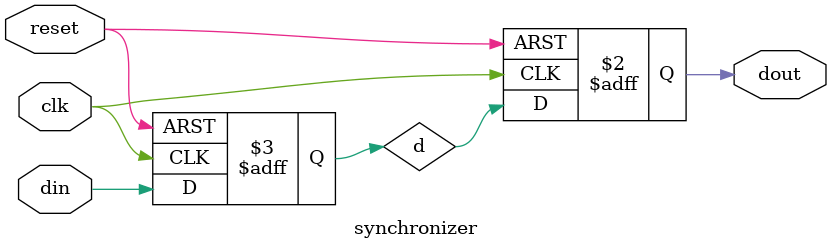
<source format=v>

`include "timescale.v"
// synopsys translate_on
`include "config.v"

module synchronizer (
    input clk,
    input reset,
    input din,
    output reg dout
);
    reg d;
    always @(posedge clk, posedge reset) begin
        if (reset) begin
            d <= 0;
            dout <= 0;
        end else begin
            d <= din;
            dout <= d;
        end
    end
endmodule

</source>
